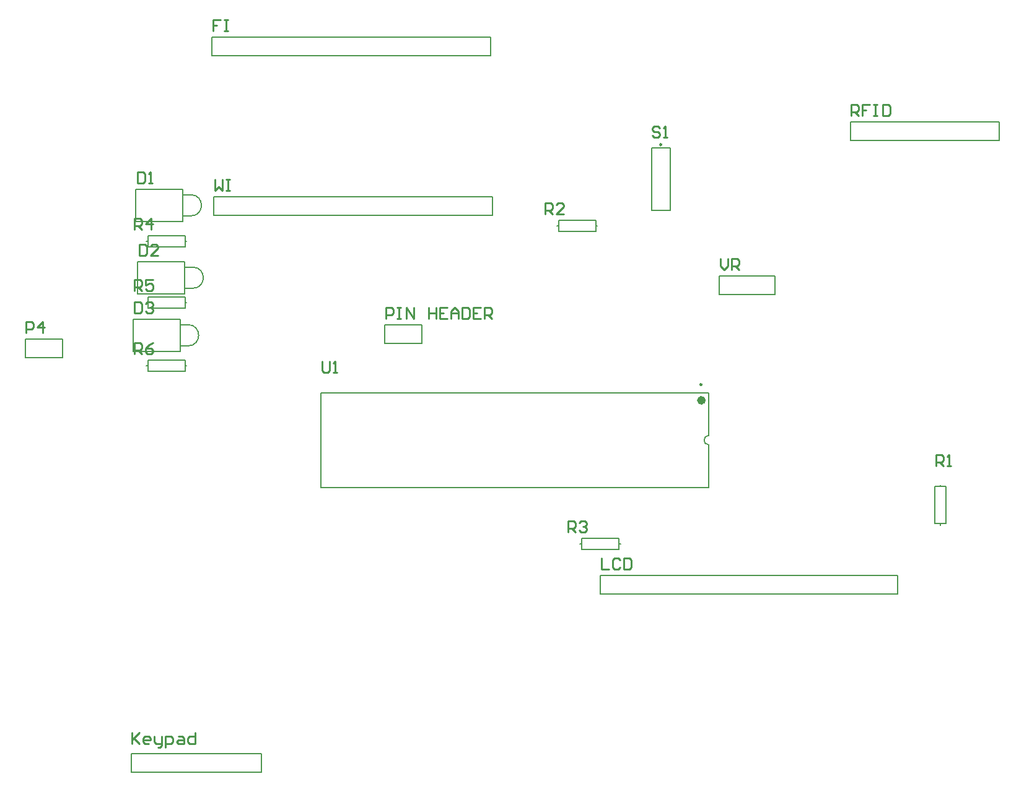
<source format=gto>
G04 Layer_Color=65535*
%FSLAX25Y25*%
%MOIN*%
G70*
G01*
G75*
%ADD19C,0.00500*%
%ADD20C,0.00787*%
%ADD21C,0.00984*%
%ADD22C,0.02362*%
%ADD23C,0.01000*%
D19*
X308653Y639791D02*
G03*
X308653Y651209I0J5709D01*
G01*
X309653Y600791D02*
G03*
X309653Y612209I0J5709D01*
G01*
X307154Y569791D02*
G03*
X307154Y581209I0J5709D01*
G01*
X279126Y636839D02*
Y654161D01*
X304323D01*
Y636839D02*
Y654161D01*
X279126Y636839D02*
X304323D01*
Y651209D02*
X308654D01*
X304323Y639791D02*
X308654D01*
X280126Y597839D02*
Y615161D01*
X305323D01*
Y597839D02*
Y615161D01*
X280126Y597839D02*
X305323D01*
Y612209D02*
X309654D01*
X305323Y600791D02*
X309654D01*
X277626Y566839D02*
Y584161D01*
X302823D01*
Y566839D02*
Y584161D01*
X277626Y566839D02*
X302823D01*
Y581209D02*
X307154D01*
X302823Y569791D02*
X307154D01*
D20*
X587331Y521500D02*
G03*
X587331Y516500I0J-2500D01*
G01*
X593000Y597500D02*
X623000D01*
Y607500D01*
X593000D02*
X623000D01*
X593000Y597500D02*
Y607500D01*
X529000Y436000D02*
X689000D01*
X529000D02*
Y446000D01*
X536500D01*
X689000D01*
Y436000D02*
Y446000D01*
X305500Y626000D02*
Y629000D01*
X285500D02*
X305500D01*
X285500Y623000D02*
Y629000D01*
Y623000D02*
X305500D01*
Y626000D01*
X284600D02*
X285500D01*
X305500D02*
X306400D01*
X539000Y463000D02*
Y466000D01*
X519000D02*
X539000D01*
X519000Y460000D02*
Y466000D01*
Y460000D02*
X539000D01*
Y463000D01*
X518100D02*
X519000D01*
X539000D02*
X539900D01*
X305500Y593000D02*
Y596000D01*
X285500D02*
X305500D01*
X285500Y590000D02*
Y596000D01*
Y590000D02*
X305500D01*
Y593000D01*
X284600D02*
X285500D01*
X305500D02*
X306400D01*
X709000Y494000D02*
X712000D01*
X709000Y474000D02*
Y494000D01*
Y474000D02*
X715000D01*
Y494000D01*
X712000D02*
X715000D01*
X712000Y473100D02*
Y474000D01*
Y494000D02*
Y494900D01*
X276500Y350000D02*
X346500D01*
X276500Y340000D02*
Y350000D01*
Y340000D02*
X346500D01*
Y350000D01*
X305500Y559000D02*
Y562000D01*
X285500D02*
X305500D01*
X285500Y556000D02*
Y562000D01*
Y556000D02*
X305500D01*
Y559000D01*
X284600D02*
X285500D01*
X305500D02*
X306400D01*
X378669Y544394D02*
X587331D01*
X378669Y493606D02*
X587331D01*
Y521500D02*
Y544394D01*
Y493606D02*
Y516500D01*
X378669Y493606D02*
Y544394D01*
X743500Y680500D02*
Y690500D01*
X663500Y680500D02*
X743500D01*
X663500D02*
Y690500D01*
X743500D01*
X321000Y640000D02*
X471000D01*
X328500Y650000D02*
X471000D01*
X321000D02*
X328500D01*
X321000Y640000D02*
Y650000D01*
X471000Y640000D02*
Y650000D01*
X320000Y736000D02*
X470000D01*
X320000Y726000D02*
X462500D01*
X470000D01*
Y736000D01*
X320000Y726000D02*
Y736000D01*
X413000Y571000D02*
Y581000D01*
X433000D01*
Y571000D02*
Y581000D01*
X413000Y571000D02*
X433000D01*
X506500Y631500D02*
Y634500D01*
Y631500D02*
X526500D01*
Y637500D01*
X506500D02*
X526500D01*
X506500Y634500D02*
Y637500D01*
X526500Y634500D02*
X527400D01*
X505600D02*
X506500D01*
X566500Y642650D02*
Y676350D01*
X556500Y642650D02*
X566500D01*
X556500D02*
Y676350D01*
X566500D01*
X239500Y563500D02*
Y573500D01*
X219500Y563500D02*
X239500D01*
X219500D02*
Y573500D01*
X239500D01*
D21*
X583610Y549000D02*
G03*
X583610Y549000I-492J0D01*
G01*
X561988Y678244D02*
G03*
X561988Y678244I-492J0D01*
G01*
D22*
X584575Y540457D02*
G03*
X584575Y540457I-1181J0D01*
G01*
D23*
X280900Y624398D02*
Y618400D01*
X283899D01*
X284899Y619400D01*
Y623398D01*
X283899Y624398D01*
X280900D01*
X290897Y618400D02*
X286898D01*
X290897Y622399D01*
Y623398D01*
X289897Y624398D01*
X287898D01*
X286898Y623398D01*
X279900Y663398D02*
Y657400D01*
X282899D01*
X283899Y658400D01*
Y662398D01*
X282899Y663398D01*
X279900D01*
X285898Y657400D02*
X287897D01*
X286898D01*
Y663398D01*
X285898Y662398D01*
X278400Y593398D02*
Y587400D01*
X281399D01*
X282399Y588400D01*
Y592398D01*
X281399Y593398D01*
X278400D01*
X284398Y592398D02*
X285398Y593398D01*
X287397D01*
X288397Y592398D01*
Y591399D01*
X287397Y590399D01*
X286397D01*
X287397D01*
X288397Y589399D01*
Y588400D01*
X287397Y587400D01*
X285398D01*
X284398Y588400D01*
X593600Y616898D02*
Y612899D01*
X595599Y610900D01*
X597599Y612899D01*
Y616898D01*
X599598Y610900D02*
Y616898D01*
X602597D01*
X603597Y615898D01*
Y613899D01*
X602597Y612899D01*
X599598D01*
X601597D02*
X603597Y610900D01*
X321600Y659398D02*
Y653400D01*
X323599Y655399D01*
X325599Y653400D01*
Y659398D01*
X327598D02*
X329597D01*
X328598D01*
Y653400D01*
X327598D01*
X329597D01*
X379300Y561398D02*
Y556400D01*
X380300Y555400D01*
X382299D01*
X383299Y556400D01*
Y561398D01*
X385298Y555400D02*
X387297D01*
X386298D01*
Y561398D01*
X385298Y560398D01*
X561099Y687198D02*
X560099Y688198D01*
X558100D01*
X557100Y687198D01*
Y686199D01*
X558100Y685199D01*
X560099D01*
X561099Y684199D01*
Y683200D01*
X560099Y682200D01*
X558100D01*
X557100Y683200D01*
X563098Y682200D02*
X565097D01*
X564098D01*
Y688198D01*
X563098Y687198D01*
X664100Y693900D02*
Y699898D01*
X667099D01*
X668099Y698898D01*
Y696899D01*
X667099Y695899D01*
X664100D01*
X666099D02*
X668099Y693900D01*
X674097Y699898D02*
X670098D01*
Y696899D01*
X672097D01*
X670098D01*
Y693900D01*
X676096Y699898D02*
X678095D01*
X677096D01*
Y693900D01*
X676096D01*
X678095D01*
X681095Y699898D02*
Y693900D01*
X684094D01*
X685093Y694900D01*
Y698898D01*
X684094Y699898D01*
X681095D01*
X278300Y565400D02*
Y571398D01*
X281299D01*
X282299Y570398D01*
Y568399D01*
X281299Y567399D01*
X278300D01*
X280299D02*
X282299Y565400D01*
X288297Y571398D02*
X286297Y570398D01*
X284298Y568399D01*
Y566400D01*
X285298Y565400D01*
X287297D01*
X288297Y566400D01*
Y567399D01*
X287297Y568399D01*
X284298D01*
X278300Y599400D02*
Y605398D01*
X281299D01*
X282299Y604398D01*
Y602399D01*
X281299Y601399D01*
X278300D01*
X280299D02*
X282299Y599400D01*
X288297Y605398D02*
X284298D01*
Y602399D01*
X286297Y603399D01*
X287297D01*
X288297Y602399D01*
Y600400D01*
X287297Y599400D01*
X285298D01*
X284298Y600400D01*
X278300Y632400D02*
Y638398D01*
X281299D01*
X282299Y637398D01*
Y635399D01*
X281299Y634399D01*
X278300D01*
X280299D02*
X282299Y632400D01*
X287297D02*
Y638398D01*
X284298Y635399D01*
X288297D01*
X511800Y469400D02*
Y475398D01*
X514799D01*
X515799Y474398D01*
Y472399D01*
X514799Y471399D01*
X511800D01*
X513799D02*
X515799Y469400D01*
X517798Y474398D02*
X518798Y475398D01*
X520797D01*
X521797Y474398D01*
Y473399D01*
X520797Y472399D01*
X519797D01*
X520797D01*
X521797Y471399D01*
Y470400D01*
X520797Y469400D01*
X518798D01*
X517798Y470400D01*
X499300Y640900D02*
Y646898D01*
X502299D01*
X503299Y645898D01*
Y643899D01*
X502299Y642899D01*
X499300D01*
X501299D02*
X503299Y640900D01*
X509297D02*
X505298D01*
X509297Y644899D01*
Y645898D01*
X508297Y646898D01*
X506298D01*
X505298Y645898D01*
X709600Y505200D02*
Y511198D01*
X712599D01*
X713599Y510198D01*
Y508199D01*
X712599Y507199D01*
X709600D01*
X711599D02*
X713599Y505200D01*
X715598D02*
X717597D01*
X716598D01*
Y511198D01*
X715598Y510198D01*
X413600Y584400D02*
Y590398D01*
X416599D01*
X417599Y589398D01*
Y587399D01*
X416599Y586399D01*
X413600D01*
X419598Y590398D02*
X421597D01*
X420598D01*
Y584400D01*
X419598D01*
X421597D01*
X424596D02*
Y590398D01*
X428595Y584400D01*
Y590398D01*
X436593D02*
Y584400D01*
Y587399D01*
X440591D01*
Y590398D01*
Y584400D01*
X446589Y590398D02*
X442591D01*
Y584400D01*
X446589D01*
X442591Y587399D02*
X444590D01*
X448589Y584400D02*
Y588399D01*
X450588Y590398D01*
X452587Y588399D01*
Y584400D01*
Y587399D01*
X448589D01*
X454587Y590398D02*
Y584400D01*
X457586D01*
X458586Y585400D01*
Y589398D01*
X457586Y590398D01*
X454587D01*
X464583D02*
X460585D01*
Y584400D01*
X464583D01*
X460585Y587399D02*
X462584D01*
X466583Y584400D02*
Y590398D01*
X469582D01*
X470582Y589398D01*
Y587399D01*
X469582Y586399D01*
X466583D01*
X468582D02*
X470582Y584400D01*
X220100Y576900D02*
Y582898D01*
X223099D01*
X224099Y581898D01*
Y579899D01*
X223099Y578899D01*
X220100D01*
X229097Y576900D02*
Y582898D01*
X226098Y579899D01*
X230097D01*
X529600Y455398D02*
Y449400D01*
X533599D01*
X539597Y454398D02*
X538597Y455398D01*
X536598D01*
X535598Y454398D01*
Y450400D01*
X536598Y449400D01*
X538597D01*
X539597Y450400D01*
X541596Y455398D02*
Y449400D01*
X544595D01*
X545595Y450400D01*
Y454398D01*
X544595Y455398D01*
X541596D01*
X277100Y361398D02*
Y355400D01*
Y357399D01*
X281099Y361398D01*
X278100Y358399D01*
X281099Y355400D01*
X286097D02*
X284098D01*
X283098Y356400D01*
Y358399D01*
X284098Y359399D01*
X286097D01*
X287097Y358399D01*
Y357399D01*
X283098D01*
X289096Y359399D02*
Y356400D01*
X290096Y355400D01*
X293095D01*
Y354400D01*
X292095Y353401D01*
X291095D01*
X293095Y355400D02*
Y359399D01*
X295094Y353401D02*
Y359399D01*
X298093D01*
X299093Y358399D01*
Y356400D01*
X298093Y355400D01*
X295094D01*
X302092Y359399D02*
X304091D01*
X305091Y358399D01*
Y355400D01*
X302092D01*
X301092Y356400D01*
X302092Y357399D01*
X305091D01*
X311089Y361398D02*
Y355400D01*
X308090D01*
X307090Y356400D01*
Y358399D01*
X308090Y359399D01*
X311089D01*
X324599Y745398D02*
X320600D01*
Y742399D01*
X322599D01*
X320600D01*
Y739400D01*
X326598Y745398D02*
X328597D01*
X327598D01*
Y739400D01*
X326598D01*
X328597D01*
M02*

</source>
